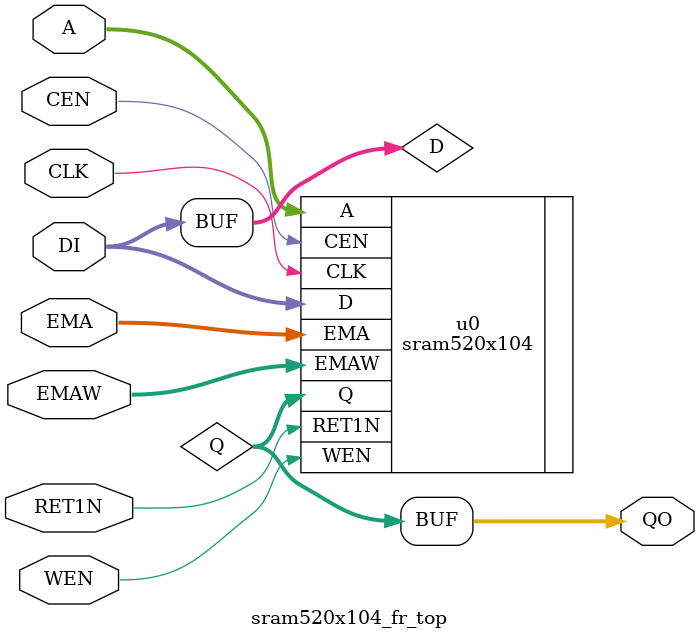
<source format=v>
/* common_memcomp Version: 4.0.5-beta22 */
/* lang compiler Version: 4.1.6-beta1 Jul 19 2012 13:55:19 */
//
//       CONFIDENTIAL AND PROPRIETARY SOFTWARE OF ARM PHYSICAL IP, INC.
//      
//       Copyright (c) 1993 - 2022 ARM Physical IP, Inc.  All Rights Reserved.
//      
//       Use of this Software is subject to the terms and conditions of the
//       applicable license agreement with ARM Physical IP, Inc.
//       In addition, this Software is protected by patents, copyright law 
//       and international treaties.
//      
//       The copyright notice(s) in this Software does not indicate actual or
//       intended publication of this Software.
//
//       Repair Verilog RTL for Synchronous Single-Port Register File
//
//       Instance Name:              sram520x104_rtl_top
//       Words:                      520
//       User Bits:                  104
//       Mux:                        4
//       Drive:                      6
//       Write Mask:                 Off
//       Extra Margin Adjustment:    On
//       Redundancy:                 off
//       Redundant Rows:             0
//       Redundant Columns:          0
//       Test Muxes                  Off
//       Ser:                        none
//       Retention:                  on
//       Power Gating:               off
//
//       Creation Date:  Tue Nov 15 11:43:54 2022
//       Version:      r1p1
//
//       Verified
//
//       Known Bugs: None.
//
//       Known Work Arounds: N/A
//
`timescale 1ns/1ps

module sram520x104_rtl_top (
          Q, 
          CLK, 
          CEN, 
          WEN, 
          A, 
          D, 
          EMA, 
          EMAW, 
          RET1N
   );

   output [103:0]           Q;
   input                    CLK;
   input                    CEN;
   input                    WEN;
   input [9:0]              A;
   input [103:0]            D;
   input [2:0]              EMA;
   input [1:0]              EMAW;
   input                    RET1N;
   wire [103:0]             DI;
   wire [103:0]             QO;

   assign Q = QO;
   assign DI = D;
   sram520x104_fr_top u0 (
         .QO(QO),
         .CLK(CLK),
         .CEN(CEN),
         .WEN(WEN),
         .A(A),
         .DI(DI),
         .EMA(EMA),
         .EMAW(EMAW),
         .RET1N(RET1N)
);

endmodule

module sram520x104_fr_top (
          QO, 
          CLK, 
          CEN, 
          WEN, 
          A, 
          DI, 
          EMA, 
          EMAW, 
          RET1N
   );

   output [103:0]           QO;
   input                    CLK;
   input                    CEN;
   input                    WEN;
   input [9:0]              A;
   input [103:0]            DI;
   input [2:0]              EMA;
   input [1:0]              EMAW;
   input                    RET1N;

   wire [103:0]    D;
   wire [103:0]    Q;

   assign D=DI;
   assign QO=Q;
   sram520x104 u0 (
         .Q(Q),
         .CLK(CLK),
         .CEN(CEN),
         .WEN(WEN),
         .A(A),
         .D(D),
         .EMA(EMA),
         .EMAW(EMAW),
         .RET1N(RET1N)
   );

endmodule // sram520x104_fr_top


</source>
